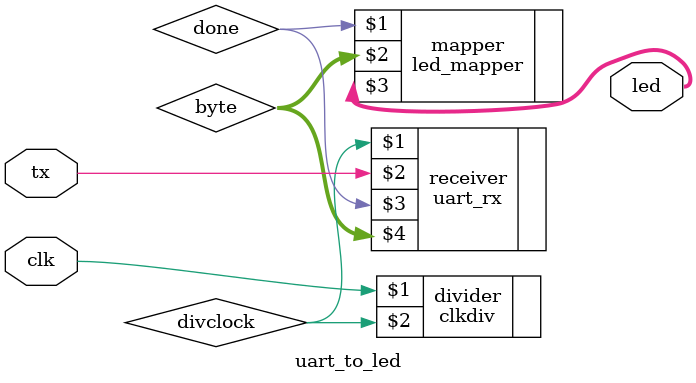
<source format=v>
`timescale 100ns / 10ns

/*
 * uart_to_led - Small UART test module that connects a 9600-baud UART receiver
 * to the Arty A7 FPGA board's LED array.
 * Send it a byte via UART to make it display the values on the eight LEDs.
 */
module uart_to_led(
    input clk,
    input tx,
    output [7:0] led
    );

    wire divclock;
    wire done;
    wire [7:0] byte;

    clkdiv divider(clk, divclock);
    uart_rx receiver(divclock, tx, done, byte);
    led_mapper mapper(done, byte, led);

endmodule

</source>
